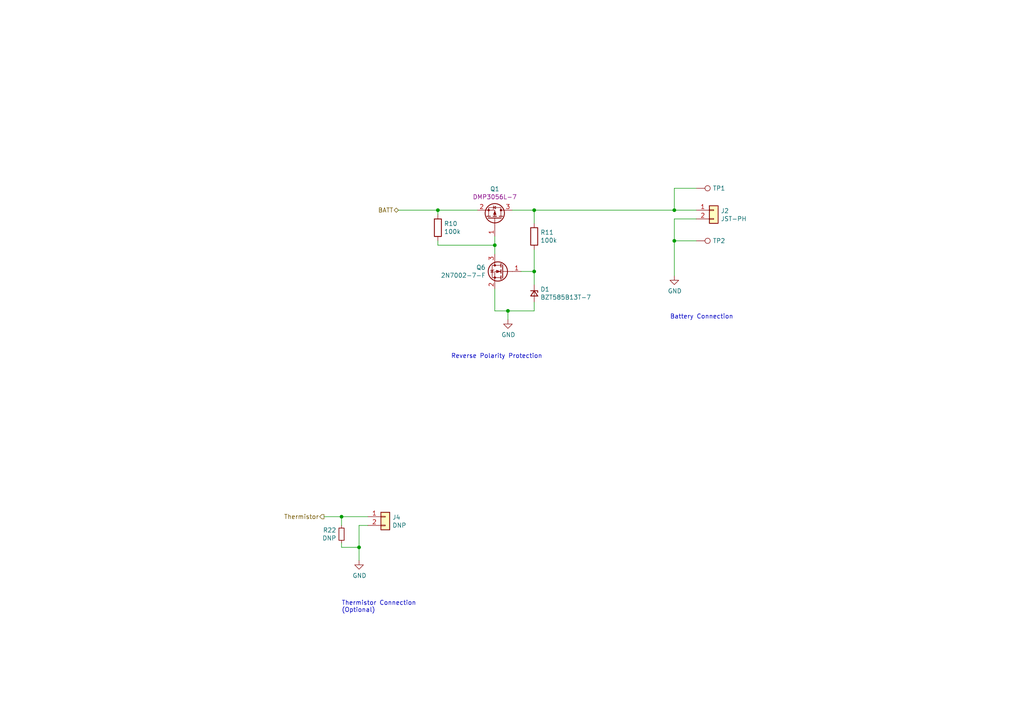
<source format=kicad_sch>
(kicad_sch (version 20210126) (generator eeschema)
  (paper "A4")
  (title_block (title "SuperPower-Leto") (date "2021-01-28") (rev "0.1") (company "SuperPower Team") (comment 1 "Drawn By: Seth Kazarians"))
  (lib_symbols
    (symbol "Connector:TestPoint" (pin_numbers hide) (pin_names (offset 0.762) hide)
      (property "Reference" "TP" (at 0 6.858 0))
      (property "Value" "TestPoint" (at 0 5.08 0))
      (symbol "TestPoint_0_1"
        (circle (center 0 3.302) (radius 0.762))
      )
      (symbol "TestPoint_1_1"
        (pin passive line (at 0 0 90) (length 2.54) (name "1") (number "1"))
      )
    )
    (symbol "Connector_Generic:Conn_01x02" (pin_names (offset 1.016) hide)
      (property "Reference" "J" (at 0 2.54 0))
      (property "Value" "Conn_01x02" (at 0 -5.08 0))
      (symbol "Conn_01x02_1_1"
        (rectangle (start -1.27 -2.413) (end 0 -2.667) (stroke (width 0.1524)))
        (rectangle (start -1.27 0.127) (end 0 -0.127) (stroke (width 0.1524)))
        (rectangle (start -1.27 1.27) (end 1.27 -3.81) (stroke (width 0.254)) (fill (type background)))
        (pin passive line (at -5.08 0 0) (length 3.81) (name "Pin_1") (number "1"))
        (pin passive line (at -5.08 -2.54 0) (length 3.81) (name "Pin_2") (number "2"))
      )
    )
    (symbol "Device:D_Zener_Small" (pin_numbers hide) (pin_names (offset 0.254) hide)
      (property "Reference" "D" (at 0 2.286 0))
      (property "Value" "D_Zener_Small" (at 0 -2.286 0))
      (symbol "D_Zener_Small_0_1"
        (polyline (pts (xy 0.762 0) (xy -0.762 0)))
        (polyline (pts (xy -0.254 1.016) (xy -0.762 1.016) (xy -0.762 -1.016)) (stroke (width 0.254)))
        (polyline (pts (xy 0.762 1.016) (xy -0.762 0) (xy 0.762 -1.016) (xy 0.762 1.016)) (stroke (width 0.254)))
      )
      (symbol "D_Zener_Small_1_1"
        (pin passive line (at -2.54 0 0) (length 1.778) (name "K") (number "1"))
        (pin passive line (at 2.54 0 180) (length 1.778) (name "A") (number "2"))
      )
    )
    (symbol "Device:Q_NMOS_GSD" (pin_names (offset 0) hide)
      (property "Reference" "Q" (at 5.08 1.27 0))
      (property "Value" "Q_NMOS_GSD" (at 5.08 -1.27 0))
      (symbol "Q_NMOS_GSD_0_1"
        (circle (center 1.651 0) (radius 2.794) (stroke (width 0.254)))
        (circle (center 2.54 -1.778) (radius 0.254) (fill (type outline)))
        (circle (center 2.54 1.778) (radius 0.254) (fill (type outline)))
        (polyline (pts (xy 0.254 0) (xy -2.54 0)))
        (polyline (pts (xy 0.254 1.905) (xy 0.254 -1.905)) (stroke (width 0.254)))
        (polyline (pts (xy 0.762 -1.27) (xy 0.762 -2.286)) (stroke (width 0.254)))
        (polyline (pts (xy 0.762 0.508) (xy 0.762 -0.508)) (stroke (width 0.254)))
        (polyline (pts (xy 0.762 2.286) (xy 0.762 1.27)) (stroke (width 0.254)))
        (polyline (pts (xy 2.54 2.54) (xy 2.54 1.778)))
        (polyline (pts (xy 2.54 -2.54) (xy 2.54 0) (xy 0.762 0)))
        (polyline (pts (xy 0.762 -1.778) (xy 3.302 -1.778) (xy 3.302 1.778) (xy 0.762 1.778)))
        (polyline (pts (xy 1.016 0) (xy 2.032 0.381) (xy 2.032 -0.381) (xy 1.016 0)) (fill (type outline)))
        (polyline (pts (xy 2.794 0.508) (xy 2.921 0.381) (xy 3.683 0.381) (xy 3.81 0.254)))
        (polyline (pts (xy 3.302 0.381) (xy 2.921 -0.254) (xy 3.683 -0.254) (xy 3.302 0.381)))
      )
      (symbol "Q_NMOS_GSD_1_1"
        (pin input line (at -5.08 0 0) (length 2.54) (name "G") (number "1"))
        (pin passive line (at 2.54 -5.08 90) (length 2.54) (name "S") (number "2"))
        (pin passive line (at 2.54 5.08 270) (length 2.54) (name "D") (number "3"))
      )
    )
    (symbol "Device:R" (pin_numbers hide) (pin_names (offset 0))
      (property "Reference" "R" (at 2.032 0 90))
      (property "Value" "R" (at 0 0 90))
      (symbol "R_0_1"
        (rectangle (start -1.016 -2.54) (end 1.016 2.54) (stroke (width 0.254)))
      )
      (symbol "R_1_1"
        (pin passive line (at 0 3.81 270) (length 1.27) (name "~") (number "1"))
        (pin passive line (at 0 -3.81 90) (length 1.27) (name "~") (number "2"))
      )
    )
    (symbol "Device:R_Small" (pin_numbers hide) (pin_names (offset 0.254) hide)
      (property "Reference" "R" (at 0.762 0.508 0))
      (property "Value" "R_Small" (at 0.762 -1.016 0))
      (symbol "R_Small_0_1"
        (rectangle (start -0.762 1.778) (end 0.762 -1.778) (stroke (width 0.2032)))
      )
      (symbol "R_Small_1_1"
        (pin passive line (at 0 2.54 270) (length 0.762) (name "~") (number "1"))
        (pin passive line (at 0 -2.54 90) (length 0.762) (name "~") (number "2"))
      )
    )
    (symbol "Manual_Lib:Q_PMOS_DMP3056L-7_SOT-23" (pin_names (offset 0) hide)
      (property "Reference" "Q" (at 5.08 1.27 0))
      (property "Mfg PN" "DMP3056L-7" (at 8.89 -1.27 0))
      (symbol "Q_PMOS_DMP3056L-7_SOT-23_0_1"
        (circle (center 1.651 0) (radius 2.794) (stroke (width 0.254)))
        (circle (center 2.54 -1.778) (radius 0.254) (fill (type outline)))
        (circle (center 2.54 1.778) (radius 0.254) (fill (type outline)))
        (polyline (pts (xy 0.254 0) (xy -2.54 0)))
        (polyline (pts (xy 0.254 1.905) (xy 0.254 -1.905)) (stroke (width 0.254)))
        (polyline (pts (xy 0.762 -1.27) (xy 0.762 -2.286)) (stroke (width 0.254)))
        (polyline (pts (xy 0.762 0.508) (xy 0.762 -0.508)) (stroke (width 0.254)))
        (polyline (pts (xy 0.762 2.286) (xy 0.762 1.27)) (stroke (width 0.254)))
        (polyline (pts (xy 2.54 2.54) (xy 2.54 1.778)))
        (polyline (pts (xy 2.54 -2.54) (xy 2.54 0) (xy 0.762 0)))
        (polyline (pts (xy 0.762 1.778) (xy 3.302 1.778) (xy 3.302 -1.778) (xy 0.762 -1.778)))
        (polyline (pts (xy 2.286 0) (xy 1.27 0.381) (xy 1.27 -0.381) (xy 2.286 0)) (fill (type outline)))
        (polyline (pts (xy 2.794 -0.508) (xy 2.921 -0.381) (xy 3.683 -0.381) (xy 3.81 -0.254)))
        (polyline (pts (xy 3.302 -0.381) (xy 2.921 0.254) (xy 3.683 0.254) (xy 3.302 -0.381)))
      )
      (symbol "Q_PMOS_DMP3056L-7_SOT-23_1_1"
        (pin input line (at -5.08 0 0) (length 2.54) (name "G") (number "1"))
        (pin passive line (at 2.54 -5.08 90) (length 2.54) (name "S") (number "2"))
        (pin passive line (at 2.54 5.08 270) (length 2.54) (name "D") (number "3"))
      )
    )
    (symbol "power:GND" (power) (pin_names (offset 0))
      (property "Value" "GND" (at 0 -3.81 0))
      (symbol "GND_0_1"
        (polyline (pts (xy 0 0) (xy 0 -1.27) (xy 1.27 -1.27) (xy 0 -2.54) (xy -1.27 -1.27) (xy 0 -1.27)))
      )
      (symbol "GND_1_1"
        (pin power_in line (at 0 0 270) (length 0) hide (name "GND") (number "1"))
      )
    )
  )
  (junction (at 99.06 149.86) (diameter 0.9144))
  (junction (at 104.14 158.75) (diameter 0.9144))
  (junction (at 127 60.96) (diameter 0.9144))
  (junction (at 143.51 71.12) (diameter 0.9144))
  (junction (at 147.32 90.17) (diameter 0.9144))
  (junction (at 154.94 60.96) (diameter 0.9144))
  (junction (at 154.94 78.74) (diameter 0.9144))
  (junction (at 195.58 60.96) (diameter 0.9144))
  (junction (at 195.58 69.85) (diameter 0.9144))
  (wire (pts (xy 99.06 149.86) (xy 93.98 149.86)))
  (wire (pts (xy 99.06 152.4) (xy 99.06 149.86)))
  (wire (pts (xy 99.06 158.75) (xy 99.06 157.48)))
  (wire (pts (xy 99.06 158.75) (xy 104.14 158.75)))
  (wire (pts (xy 104.14 152.4) (xy 106.68 152.4)))
  (wire (pts (xy 104.14 158.75) (xy 104.14 152.4)))
  (wire (pts (xy 104.14 162.56) (xy 104.14 158.75)))
  (wire (pts (xy 106.68 149.86) (xy 99.06 149.86)))
  (wire (pts (xy 115.57 60.96) (xy 127 60.96)))
  (wire (pts (xy 127 60.96) (xy 138.43 60.96)))
  (wire (pts (xy 127 62.23) (xy 127 60.96)))
  (wire (pts (xy 127 69.85) (xy 127 71.12)))
  (wire (pts (xy 127 71.12) (xy 143.51 71.12)))
  (wire (pts (xy 143.51 71.12) (xy 143.51 68.58)))
  (wire (pts (xy 143.51 73.66) (xy 143.51 71.12)))
  (wire (pts (xy 143.51 83.82) (xy 143.51 90.17)))
  (wire (pts (xy 143.51 90.17) (xy 147.32 90.17)))
  (wire (pts (xy 147.32 90.17) (xy 154.94 90.17)))
  (wire (pts (xy 147.32 92.71) (xy 147.32 90.17)))
  (wire (pts (xy 148.59 60.96) (xy 154.94 60.96)))
  (wire (pts (xy 151.13 78.74) (xy 154.94 78.74)))
  (wire (pts (xy 154.94 60.96) (xy 154.94 64.77)))
  (wire (pts (xy 154.94 60.96) (xy 195.58 60.96)))
  (wire (pts (xy 154.94 78.74) (xy 154.94 72.39)))
  (wire (pts (xy 154.94 78.74) (xy 154.94 82.55)))
  (wire (pts (xy 154.94 87.63) (xy 154.94 90.17)))
  (wire (pts (xy 195.58 54.61) (xy 195.58 60.96)))
  (wire (pts (xy 195.58 60.96) (xy 201.93 60.96)))
  (wire (pts (xy 195.58 63.5) (xy 201.93 63.5)))
  (wire (pts (xy 195.58 69.85) (xy 195.58 63.5)))
  (wire (pts (xy 195.58 69.85) (xy 195.58 80.01)))
  (wire (pts (xy 201.93 54.61) (xy 195.58 54.61)))
  (wire (pts (xy 201.93 69.85) (xy 195.58 69.85)))
  (text "Thermistor Connection\n(Optional)" (at 99.06 177.8 0) (effects (font (size 1.27 1.27)) (justify left bottom)))
  (text "Reverse Polarity Protection" (at 130.81 104.14 0) (effects (font (size 1.27 1.27)) (justify left bottom)))
  (text "Battery Connection" (at 194.31 92.71 0) (effects (font (size 1.27 1.27)) (justify left bottom)))
  (hierarchical_label "Thermistor" (shape output) (at 93.98 149.86 180))
  (hierarchical_label "BATT" (shape bidirectional) (at 115.57 60.96 180))
  (symbol (lib_id "Connector:TestPoint") (at 201.93 54.61 270) (unit 1)
    (property "Reference" "TP1" (at 206.7052 54.61 90) (effects (justify left)))
    (property "Value" "DNP" (effects hide))
    (property "Footprint" "Connector_Wire:SolderWire-1.5sqmm_1x01_D1.7mm_OD3.9mm" (effects hide))
    (property "Mfg" "DNP" (effects hide))
  )
  (symbol (lib_id "Connector:TestPoint") (at 201.93 69.85 270) (unit 1)
    (property "Reference" "TP2" (at 206.7052 69.85 90) (effects (justify left)))
    (property "Value" "DNP" (effects hide))
    (property "Footprint" "Connector_Wire:SolderWire-1.5sqmm_1x01_D1.7mm_OD3.9mm" (effects hide))
    (property "Mfg" "DNP" (effects hide))
  )
  (symbol (lib_id "power:GND") (at 104.14 162.56 0) (unit 1)
    (property "Reference" "#PWR015" (effects hide))
    (property "Value" "GND" (at 104.267 166.9542 0))
  )
  (symbol (lib_id "power:GND") (at 147.32 92.71 0) (unit 1)
    (property "Reference" "#PWR0103" (effects hide))
    (property "Value" "GND" (at 147.447 97.1042 0))
  )
  (symbol (lib_id "power:GND") (at 195.58 80.01 0) (unit 1)
    (property "Reference" "#PWR0104" (effects hide))
    (property "Value" "GND" (at 195.707 84.4042 0))
  )
  (symbol (lib_id "Device:R_Small") (at 99.06 154.94 0) (mirror x)
    (property "Reference" "R22" (at 97.5614 153.7716 0) (effects (justify right)))
    (property "Value" "DNP" (at 97.5614 156.083 0) (effects (justify right)))
    (property "Footprint" "Resistor_SMD:R_0603_1608Metric" (effects hide))
    (property "Mfg" "DNP" (effects hide))
  )
  (symbol (lib_id "Device:D_Zener_Small") (at 154.94 85.09 270)
    (property "Reference" "D1" (at 156.718 83.9216 90) (effects (justify left)))
    (property "Value" "BZT585B13T-7" (at 156.718 86.233 90) (effects (justify left)))
    (property "Footprint" "Diode_SMD:D_SOD-523" (effects hide))
    (property "Datasheet" "https://www.diodes.com/assets/Datasheets/BZT585BxVxT.pdf" (effects hide))
    (property "Mfg" "Diodes Incorporated" (effects hide))
    (property "Mfg PN" "BZT585B13T-7" (effects hide))
    (property "Digi-Key PN" "BZT585B13T-7DICT-ND" (effects hide))
  )
  (symbol (lib_id "Device:R") (at 127 66.04 0) (unit 1)
    (property "Reference" "R10" (at 128.778 64.8716 0) (effects (justify left)))
    (property "Value" "100k" (at 128.778 67.183 0) (effects (justify left)))
    (property "Footprint" "Resistor_SMD:R_0402_1005Metric" (effects hide))
    (property "Digi-Key PN" "311-100KLRCT-ND" (effects hide))
    (property "Mfg" "Yageo" (effects hide))
    (property "Mfg PN" "RC0402FR-07100KL" (effects hide))
  )
  (symbol (lib_id "Device:R") (at 154.94 68.58 0) (unit 1)
    (property "Reference" "R11" (at 156.718 67.4116 0) (effects (justify left)))
    (property "Value" "100k" (at 156.718 69.723 0) (effects (justify left)))
    (property "Footprint" "Resistor_SMD:R_0402_1005Metric" (effects hide))
    (property "Digi-Key PN" "311-100KLRCT-ND" (effects hide))
    (property "Mfg" "Yageo" (effects hide))
    (property "Mfg PN" "RC0402FR-07100KL" (effects hide))
  )
  (symbol (lib_id "Connector_Generic:Conn_01x02") (at 111.76 149.86 0) (unit 1)
    (property "Reference" "J4" (at 113.792 150.0632 0) (effects (justify left)))
    (property "Value" "DNP" (at 113.792 152.3746 0) (effects (justify left)))
    (property "Footprint" "Connector_PinHeader_2.00mm:PinHeader_1x02_P2.00mm_Vertical" (effects hide))
    (property "Mfg" "DNP" (effects hide))
    (property "Mfg PN" "DNP" (effects hide))
  )
  (symbol (lib_id "Connector_Generic:Conn_01x02") (at 207.01 60.96 0) (unit 1)
    (property "Reference" "J2" (at 209.042 61.1632 0) (effects (justify left)))
    (property "Value" "JST-PH" (at 209.042 63.4746 0) (effects (justify left)))
    (property "Footprint" "Connector_JST:JST_PH_S2B-PH-K_1x02_P2.00mm_Horizontal" (effects hide))
    (property "Mfg" "JST" (effects hide))
    (property "Mfg PN" "S2B-PH-K-S(LF)(SN)" (effects hide))
  )
  (symbol (lib_id "Manual_Lib:Q_PMOS_DMP3056L-7_SOT-23") (at 143.51 63.5 270) (mirror x) (unit 1)
    (property "Reference" "Q1" (at 143.51 54.8132 90))
    (property "Value" "Q_PMOS_DMP3056L-7_SOT-23" (effects hide))
    (property "Footprint" "Package_TO_SOT_SMD:SOT-23" (effects hide))
    (property "Datasheet" "https://www.diodes.com/assets/Datasheets/DMP3056L.pdf" (effects hide))
    (property "Mfg" "Diodes Incorporated" (effects hide))
    (property "Mfg PN" "DMP3056L-7" (at 143.51 57.1246 90))
    (property "Digi-Key PN" "DMP3056L-7DICT-ND" (effects hide))
  )
  (symbol (lib_id "Device:Q_NMOS_GSD") (at 146.05 78.74 0) (mirror y)
    (property "Reference" "Q6" (at 140.8684 77.5716 0) (effects (justify left)))
    (property "Value" "2N7002-7-F" (at 140.8684 79.883 0) (effects (justify left)))
    (property "Footprint" "Package_TO_SOT_SMD:SOT-23" (effects hide))
    (property "Mfg" "Diodes Incorporated" (effects hide))
    (property "Digi-Key PN" "2N7002-FDICT-ND" (effects hide))
    (property "Mfg PN" "2N7002-7-F" (effects hide))
  )
)
</source>
